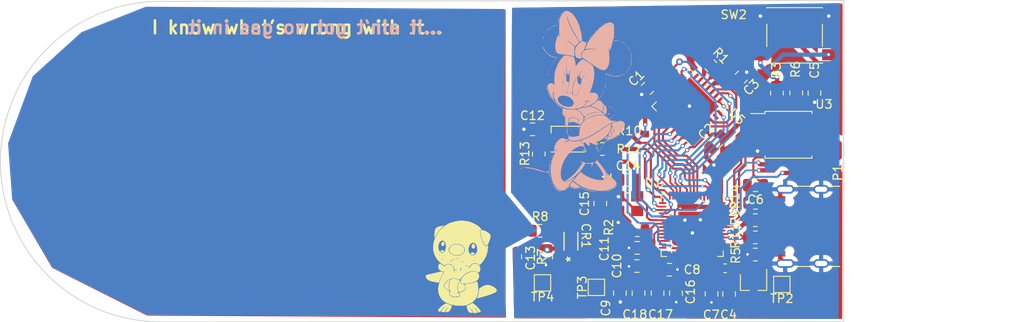
<source format=kicad_pcb>
(kicad_pcb (version 20221018) (generator pcbnew)
  (layers (0 "F.Cu" signal) (31 "B.Cu" signal) (34 "B.Paste" user) (35 "F.Paste" user) (36 "B.SilkS" user "B.Silkscreen") (37 "F.SilkS" user "F.Silkscreen") (38 "B.Mask" user) (39 "F.Mask" user) (44 "Edge.Cuts" user))
  (net 0 "")
  (net 1 "/GPIO29_ADC3")
  (net 2 "GND")
  (net 3 "VBUS")
  (net 4 "/USBCC")
  (net 5 "/USB_D+")
  (net 6 "/USB_D-")
  (net 7 "/USBVCONN")
  (net 8 "/CANH-")
  (net 9 "/CANL-")
  (net 10 "Net-(C15-Pad2)")
  (net 11 "/XOUT")
  (net 12 "Net-(R3-Pad1)")
  (net 13 "/QSPI_SS")
  (net 14 "+3V3")
  (net 15 "Net-(R7-Pad2)")
  (net 16 "unconnected-(R8-Pad1)")
  (net 17 "Net-(U1-USB_DP)")
  (net 18 "Net-(D1-RK)")
  (net 19 "/GPIO0")
  (net 20 "Net-(U1-USB_DM)")
  (net 21 "Net-(D1-GK)")
  (net 22 "/GPIO1")
  (net 23 "Net-(D1-BK)")
  (net 24 "/GPIO2")
  (net 25 "/ADC_AVDD")
  (net 26 "/XIN")
  (net 27 "+1V1")
  (net 28 "/SWCLK")
  (net 29 "/SWD")
  (net 30 "/GPIO20")
  (net 31 "/GPIO21")
  (net 32 "/QPI_SD2")
  (net 33 "/QPI_SD3")
  (net 34 "/QSPI_SCLK")
  (net 35 "/QPI_SD1")
  (net 36 "/QSPI_SD0")
  (net 37 "/GPIO11")
  (net 38 "/GPIO12")
  (net 39 "/GPIO13")
  (net 40 "/GPIO14")
  (net 41 "/GPIO15")
  (net 42 "/GPIO16")
  (net 43 "/GPIO4")
  (net 44 "/GPIO5")
  (net 45 "/GPIO6")
  (net 46 "/GPIO7")
  (net 47 "/GPIO8")
  (net 48 "/GPIO9")
  (net 49 "/GPIO10")
  (net 50 "Net-(U5-RXD)")
  (net 51 "/RXCAN")
  (net 56 "Net-(CR1-Pad2)")
  (net 57 "/GPIO3")
  (net 58 "/GPIO17")
  (net 59 "/GPIO18")
  (net 60 "/GPIO19")
  (net 61 "/GPIO22")
  (net 62 "/GPIO23")
  (net 63 "/GPIO24")
  (net 64 "/GPIO25")
  (net 65 "/GPIO26_ADC0")
  (net 66 "/GPIO27_ADC1")
  (net 67 "/GPIO28_ADC2")
  (footprint "Package_SO:SOIC-8_5.23x5.23mm_P1.27mm" (layer "F.Cu") (at 192.49 108.2)
    (fp_text reference "U3")
    (fp_text value "W25Q16JVSS" hide)
  )
  (footprint "Inductor_SMD:L_0603_1608Metric" (layer "F.Cu") (at 185.1275 123.75 180)
    (fp_text reference "L1" hide)
    (fp_text value "2506031027Y0" hide)
  )
  (footprint "Capacitor_SMD:C_0805_2012Metric" (layer "F.Cu") (at 173.86 113.45)
    (fp_text reference "C14")
    (fp_text value "15p" hide)
  )
  (footprint "Resistor_SMD:R_0805_2012Metric" (layer "F.Cu") (at 188.64 122.15 180)
    (fp_text reference "R5")
    (fp_text value "56k" hide)
  )
  (footprint "Resistor_SMD:R_0805_2012Metric" (layer "F.Cu") (at 163.62 119.38)
    (fp_text reference "R8")
    (fp_text value "2.4k" hide)
  )
  (footprint "TestPoint:TestPoint_Pad_1.5x1.5mm" (layer "F.Cu") (at 163.89 125.45 180)
    (fp_text reference "TP4")
    (fp_text value "TestPoint" hide)
  )
  (footprint "Resistor_SMD:R_0805_2012Metric" (layer "F.Cu") (at 170.85 109.86)
    (fp_text reference "R12")
    (fp_text value "330" hide)
  )
  (footprint "Capacitor_SMD:C_0805_2012Metric" (layer "F.Cu") (at 195.51 103.35 -90)
    (fp_text reference "C5")
    (fp_text value "100n" hide)
  )
  (footprint "Capacitor_SMD:C_0805_2012Metric" (layer "F.Cu") (at 186.998629 101.498629 -135)
    (fp_text reference "C3")
    (fp_text value "100n" hide)
  )
  (footprint "ABM8G_crystal:XTAL_ABM8G-12.000MHZ-4Y-T3" (layer "F.Cu") (at 173.8 116.22 90)
    (fp_text reference "Y1")
    (fp_text value "AMB8G-12.0Hz" hide)
  )
  (footprint "Capacitor_SMD:C_0805_2012Metric" (layer "F.Cu") (at 174.9 121.37 180)
    (fp_text reference "C11")
    (fp_text value "100n" hide)
  )
  (footprint "Capacitor_SMD:C_0805_2012Metric" (layer "F.Cu") (at 185.59 126.74 -90)
    (fp_text reference "C4")
    (fp_text value "100n" hide)
  )
  (footprint "LED_SMD:LED_Cree-PLCC4_3.2x2.8mm_CCW" (layer "F.Cu") (at 166.84 108.71)
    (fp_text reference "D1" hide)
    (fp_text value "CLV1L-FKB" hide)
  )
  (footprint "Package_DFN_QFN:QFN-28-1EP_6x6mm_P0.65mm_EP4.8x4.8mm" (layer "F.Cu") (at 180.997258 104.9 135)
    (fp_text reference "U5")
    (fp_text value "MCP25625T-E/ML" hide)
  )
  (footprint "Resistor_SMD:R_0805_2012Metric" (layer "F.Cu") (at 170.85 107.74)
    (fp_text reference "R10")
    (fp_text value "330" hide)
  )
  (footprint "Resistor_SMD:R_0805_2012Metric" (layer "F.Cu") (at 191.15 103.3575 -90)
    (fp_text reference "R3")
    (fp_text value "1k" hide)
  )
  (footprint "Capacitor_SMD:C_0805_2012Metric" (layer "F.Cu") (at 179.41 126.65 -90)
    (fp_text reference "C16")
    (fp_text value "100n" hide)
  )
  (footprint "Button_Switch_SMD:SW_Push_1P1T_NO_6x6mm_H9.5mm" (layer "F.Cu") (at 193.2 96.63 180)
    (fp_text reference "SW2")
    (fp_text value "SW_Push_Dual" hide)
  )
  (footprint "Capacitor_SMD:C_0805_2012Metric" (layer "F.Cu") (at 170.61 116.21 -90)
    (fp_text reference "C15")
    (fp_text value "15p" hide)
  )
  (footprint "in1418wx-tp:CR_SOD323_MCC" (layer "F.Cu") (at 167.2 120.5903 90)
    (fp_text reference "CR1")
    (fp_text value "1N4148WX-TP" hide)
  )
  (footprint "TestPoint:TestPoint_Pad_1.5x1.5mm" (layer "F.Cu") (at 170.16 125.97 90)
    (fp_text reference "TP3")
    (fp_text value "TestPoint" hide)
  )
  (footprint "Resistor_SMD:R_0805_2012Metric" (layer "F.Cu") (at 188.66 116.12 180)
    (fp_text reference "R14")
    (fp_text value "56k" hide)
  )
  (footprint "Capacitor_SMD:C_0805_2012Metric" (layer "F.Cu") (at 184.12 109.02 45)
    (fp_text reference "C2")
    (fp_text value "100n" hide)
  )
  (footprint "Resistor_SMD:R_0805_2012Metric" (layer "F.Cu") (at 183.47 100.16 -45)
    (fp_text reference "R1")
    (fp_text value "120" hide)
  )
  (footprint "Resistor_SMD:R_0805_2012Metric" (layer "F.Cu") (at 163.46 110.44 -90)
    (fp_text reference "R13")
    (fp_text value "330" hide)
  )
  (footprint "Capacitor_SMD:C_0805_2012Metric" (layer "F.Cu") (at 188.66 114.07 180)
    (fp_text reference "C6")
    (fp_text value "1u" hide)
  )
  (footprint "Resistor_SMD:R_0805_2012Metric" (layer "F.Cu") (at 193.39 103.33 -90)
    (fp_text reference "R6")
    (fp_text value "10k" hide)
  )
  (footprint "Package_TO_SOT_SMD:TSOT-23" (layer "F.Cu") (at 188.45 125.38 -90)
    (fp_text reference "U4" hide)
    (fp_text value "~")
  )
  (footprint "Capacitor_SMD:C_0805_2012Metric" (layer "F.Cu") (at 183.55 126.73 -90)
    (fp_text reference "C7")
    (fp_text value "10u" hide)
  )
  (footprint "graphics:oshowatt" (layer "F.Cu") (at 154.435004 123.555231)
    (fp_text reference "G")
    (fp_text value "LOGO" hide)
  )
  (footprint "Resistor_SMD:R_0805_2012Metric" (layer "F.Cu") (at 188.65 120.15 180)
    (fp_text reference "R11")
    (fp_text value "27" hide)
  )
  (footprint "Package_DFN_QFN:QFN-56-1EP_7x7mm_P0.4mm_EP3.2x3.2mm" (layer "F.Cu") (at 181.2925 118.76 -90)
    (fp_text reference "U1")
    (fp_text value "RP2040" hide)
  )
  (footprint "Capacitor_SMD:C_0805_2012Metric" (layer "F.Cu") (at 175.06 126.65 -90)
    (fp_text reference "C18")
    (fp_text value "100n" hide)
  )
  (footprint "Connector_USB:USB_C_Receptacle_GCT_USB4105-xx-A_16P_TopMnt_Horizontal" (layer "F.Cu") (at 195.2125 118.87 90)
    (fp_text reference "P1")
    (fp_text value "USB_C_Plug_USB2.0" hide)
  )
  (footprint "Capacitor_SMD:C_0805_2012Metric" (layer "F.Cu") (at 177.27 126.64 -90)
    (fp_text reference "C17")
    (fp_text value "100n" hide)
  )
  (footprint "Capacitor_SMD:C_0805_2012Metric" (layer "F.Cu") (at 162.73 107.57 180)
    (fp_text reference "C12")
    (fp_text value "1u" hide)
  )
  (footprint "Capacitor_SMD:C_0805_2012Metric" (layer "F.Cu") (at 164.33 122.4025 -90)
    (fp_text reference "C13")
    (fp_text value "1u" hide)
  )
  (footprint "Resistor_SMD:R_0805_2012Metric" (layer "F.Cu") (at 162.19 122.4025 -90)
    (fp_text reference "R7")
    (fp_text value "450m" hide)
  )
  (footprint "Capacitor_SMD:C_0805_2012Metric" (layer "F.Cu") (at 174.86 123.49 180)
    (fp_text reference "C10")
    (fp_text value "100n" hide)
  )
  (footprint "Capacitor_SMD:C_0805_2012Metric" (layer "F.Cu") (at 178.65 123.92)
    (fp_text reference "C8")
    (fp_text value "1u" hide)
  )
  (footprint "Capacitor_SMD:C_0805_2012Metric" (layer "F.Cu") (at 172.89 126.64 -90)
    (fp_text reference "C9")
    (fp_text value "1u" hide)
  )
  (footprint "Resistor_SMD:R_0805_2012Metric" (layer "F.Cu") (at 174.9025 119.32)
    (fp_text reference "R2")
    (fp_text value "1k" hide)
  )
  (footprint "Resistor_SMD:R_0805_2012Metric" (layer "F.Cu") (at 188.63 118.15 180)
    (fp_text reference "R9")
    (fp_text value "27" hide)
  )
  (footprint "TestPoint:TestPoint_Pad_1.5x1.5mm" (layer "F.Cu") (at 191.72 125.63 180)
    (fp_text reference "TP2")
    (fp_text value "TestPoint" hide)
  )
  (footprint "Capacitor_SMD:C_0805_2012Metric" (layer "F.Cu") (at 176.087258 102.8 -135)
    (fp_text reference "C1")
    (fp_text value "100n" hide)
  )
  (footprint "graphics:minnie" (layer "B.Cu") (at 168.49 104.21 180)
    (fp_text reference "G***" hide)
    (fp_text value "LOGO" hide)
  )
  (gr_line (start 198.92 92.56) (end 119.11 92.67) (stroke (width 0.1)) (layer "Edge.Cuts"))
  (gr_line (start 119.035587 129.988164) (end 198.91 129.96) (stroke (width 0.1)) (layer "Edge.Cuts"))
  (gr_line (start 198.91 129.96) (end 198.92 92.56) (stroke (width 0.1)) (layer "Edge.Cuts"))
  (gr_arc (start 119.035587 129.988164) (mid 100.871976 111.29279) (end 119.11 92.670001) (stroke (width 0.1)) (layer "Edge.Cuts"))
  (gr_text "...it ain't got no gas in it" (at 152.36 96.58) (layer "B.SilkS") (effects (font (size 1.5 1.5) (thickness 0.3) bold) (justify left bottom mirror)))
  (gr_text "I know what's wrong with it...\n" (at 118.28 96.59) (layer "F.SilkS") (effects (font (size 1.5 1.5) (thickness 0.3) bold) (justify left bottom)))
  (segment (start 181.06 125.49) (end 183.1 123.45) (width 0.5) (layer "F.Cu") (net 1))
  (segment (start 183.4925 123.0475) (end 183.1 123.44) (width 0.2) (layer "F.Cu") (net 1))
  (segment (start 183.1 123.45) (end 183.1 123.44) (width 0.5) (layer "F.Cu") (net 1))
  (segment (start 169.46 128.75) (end 180.22 128.75) (width 0.5) (layer "F.Cu") (net 1))
  (segment (start 180.22 128.75) (end 181.06 127.91) (width 0.5) (layer "F.Cu") (net 1))
  (segment (start 181.06 127.91) (end 181.06 125.49) (width 0.5) (layer "F.Cu") (net 1))
  (segment (start 167.2 121.7206) (end 167.2 126.49) (width 0.5) (layer "F.Cu") (net 1))
  (segment (start 167.2 126.49) (end 169.46 128.75) (width 0.5) (layer "F.Cu") (net 1))
  (segment (start 183.4925 122.1975) (end 183.4925 123.0475) (width 0.2) (layer "F.Cu") (net 1))
  (segment (start 183.82 111.72) (end 182.93 110.83) (width 0.5) (layer "F.Cu") (net 2))
  (segment (start 186.43 126.85) (end 185.59 127.69) (width 0.5) (layer "F.Cu") (net 2))
  (segment (start 180.997258 104.887258) (end 180.98 104.87) (width 0.25) (layer "F.Cu") (net 2))
  (segment (start 183.53 127.72) (end 183.53 127.66) (width 0.5) (layer "F.Cu") (net 2))
  (segment (start 180.967258 104.87) (end 180.98 104.87) (width 0.25) (layer "F.Cu") (net 2))
  (segment (start 172.91 115.16) (end 172.7 115.37) (width 0.5) (layer "F.Cu") (net 2))
  (segment (start 182.93 110.83) (end 182.93 110.21) (width 0.5) (layer "F.Cu") (net 2))
  (segment (start 180.997258 104.9) (end 180.997258 104.887258) (width 0.25) (layer "F.Cu") (net 2))
  (segment (start 187.7475 114.1075) (end 187.7475 116.12) (width 0.5) (layer "F.Cu") (net 2))
  (segment (start 179.43 127.58) (end 179.41 127.6) (width 0.5) (layer "F.Cu") (net 2))
  (segment (start 173.08 115.37) (end 172.7 115.37) (width 0.25) (layer "F.Cu") (net 2))
  (segment (start 179.44 127.69) (end 177.28 127.6) (width 0.5) (layer "F.Cu") (net 2))
  (segment (start 178.239541 104.9) (end 180.997258 104.9) (width 0.25) (layer "F.Cu") (net 2))
  (segment (start 178.6 120.56) (end 177.855 120.56) (width 0.2) (layer "F.Cu") (net 2))
  (segment (start 192.1075 114.55) (end 191.95 114.55) (width 0.5) (layer "F.Cu") (net 2))
  (segment (start 191.95 114.55) (end 191.5325 114.9675) (width 0.5) (layer "F.Cu") (net 2))
  (segment (start 191.5325 114.9675) (end 191.5325 115.67) (width 0.5) (layer "F.Cu") (net 2))
  (segment (start 178.68 117.76) (end 177.855 117.76) (width 0.2) (layer "F.Cu") (net 2))
  (segment (start 172.88 127.55) (end 172.87 127.54) (width 0.5) (layer "F.Cu") (net 2))
  (segment (start 174.9 117.07) (end 174.78 117.07) (width 0.25) (layer "F.Cu") (net 2))
  (segment (start 170.61 115.26) (end 172.57 115.26) (width 0.5) (layer "F.Cu") (net 2))
  (segment (start 177.27 127.59) (end 175.07 127.59) (width 0.5) (layer "F.Cu") (net 2))
  (segment (start 177.28 127.6) (end 177.27 127.59) (width 0.5) (layer "F.Cu") (net 2))
  (segment (start 185.59 127.69) (end 183.56 127.69) (width 0.5) (layer "F.Cu") (net 2))
  (segment (start 174.78 117.07) (end 173.08 115.37) (width 0.25) (layer "F.Cu") (net 2))
  (segment (start 183.56 127.69) (end 183.59 127.72) (width 0.5) (layer "F.Cu") (net 2))
  (segment (start 191.5325 122.615) (end 192.1075 123.19) (width 0.5) (layer "F.Cu") (net 2))
  (segment (start 177.505918 105.633623) (end 178.239541 104.9) (width 0.25) (layer "F.Cu") (net 2))
  (segment (start 191.5325 122.07) (end 191.5325 122.615) (width 0.5) (layer "F.Cu") (net 2))
  (segment (start 175.07 127.59) (end 175.06 127.6) (width 0.5) (layer "F.Cu") (net 2))
  (segment (start 175.06 127.6) (end 172.9 127.6) (width 0.5) (layer "F.Cu") (net 2))
  (segment (start 178.884776 102.787518) (end 180.967258 104.87) (width 0.25) (layer "F.Cu") (net 2))
  (segment (start 172.57 115.26) (end 172.72 115.41) (width 0.5) (layer "F.Cu") (net 2))
  (segment (start 183.53 127.66) (end 183.55 127.68) (width 0.5) (layer "F.Cu") (net 2))
  (segment (start 179.41 127.6) (end 179.44 127.69) (width 0.5) (layer "F.Cu") (net 2))
  (segment (start 187.71 114.07) (end 187.7475 114.1075) (width 0.5) (layer "F.Cu") (net 2))
  (segment (start 178.8 117.64) (end 178.68 117.76) (width 0.2) (layer "F.Cu") (net 2))
  (segment (start 172.91 113.45) (end 172.91 115.16) (width 0.5) (layer "F.Cu") (net 2))
  (segment (start 188.45 126.69) (end 186.43 126.69) (width 0.5) (layer "F.Cu") (net 2))
  (segment (start 182.93 110.21) (end 183.448249 109.691751) (width 0.5) (layer "F.Cu") (net 2))
  (segment (start 183.59 127.72) (end 183.53 127.72) (width 0.5) (layer "F.Cu") (net 2))
  (via (at 189.225 94.38) (size 0.8) (drill 0.4) (layers "F.Cu" "B.Cu") (net 2))
  (via (at 182.24 118.1) (size 0.8) (drill 0.4) (layers "F.Cu" "B.Cu") (net 2))
  (via (at 180.98 104.87) (size 0.8) (drill 0.4) (layers "F.Cu" "B.Cu") (net 2))
  (via (at 195.53 104.42) (size 0.8) (drill 0.4) (layers "F.Cu" "B.Cu") (net 2))
  (via (at 172.94 127.67) (size 0.8) (drill 0.4) (layers "F.Cu" "B.Cu") (net 2))
  (via (at 188.89 110.105) (size 0.8) (drill 0.4) (layers "F.Cu" "B.Cu") (net 2))
  (via (at 183.53 127.72) (size 0.5) (drill 0.3) (layers "F.Cu" "B.Cu") (net 2))
  (via (at 164.3 123.37) (size 0.5) (drill 0.3) (layers "F.Cu" "B.Cu") (net 2))
  (via micro (at 178.6 120.56) (size 0.3) (drill 0.1) (layers "F.Cu" "B.Cu") (net 2))
  (via (at 197.175 94.38) (size 0.8) (drill 0.4) (layers "F.Cu" "B.Cu") (net 2))
  (via (at 175.42 103.51) (size 0.8) (drill 0.4) (layers "F.Cu" "B.Cu") (net 2))
  (via (at 172.72 115.41) (size 0.8) (drill 0.4) (layers "F.Cu" "B.Cu") (net 2))
  (via (at 181.32 119.64) (size 0.8) (drill 0.4) (layers "F.Cu" "B.Cu") (net 2))
  (via (at 179.58 123.89) (size 0.5) (drill 0.3) (layers "F.Cu" "B.Cu") (net 2))
  (via (at 161.73 107.56) (size 0.8) (drill 0.4) (layers "F.Cu" "B.Cu") (net 2))
  (via (at 187.71 116.07) (size 0.8) (drill 0.4) (layers "F.Cu" "B.Cu") (net 2))
  (via (at 180.45 118.14) (size 0.8) (drill 0.4) (layers "F.Cu" "B.Cu") (net 2))
  (via (at 173.95 121.37) (size 0.5) (drill 0.3) (layers "F.Cu" "B.Cu") (net 2))
  (via micro (at 178.8 117.64) (size 0.3) (drill 0.1) (layers "F.Cu" "B.Cu") (net 2))
  (via (at 179.44 127.69) (size 0.5) (drill 0.3) (layers "F.Cu" "B.Cu") (net 2))
  (via (at 173.94 123.53) (size 0.5) (drill 0.3) (layers "F.Cu" "B.Cu") (net 2))
  (via (at 187.73 122.13) (size 0.5) (drill 0.3) (layers "F.Cu" "B.Cu") (net 2))
  (via (at 183.82 111.72) (size 0.8) (drill 0.4) (layers "F.Cu" "B.Cu") (net 2))
  (via (at 187.63 100.91) (size 0.8) (drill 0.4) (layers "F.Cu" "B.Cu") (net 2))
  (segment (start 193.34 120.0475) (end 192.6575 120.73) (width 0.5) (layer "F.Cu") (net 3))
  (segment (start 176.77 101.93) (end 176.77 100.45) (width 0.5) (layer "F.Cu") (net 3))
  (segment (start 189.72 110.84) (end 188.7 110.84) (width 0.25) (layer "F.Cu") (net 3))
  (segment (start 177.298249 102.128249) (end 176.759009 102.128249) (width 0.25) (layer "F.Cu") (net 3))
  (segment (start 191.5325 121.27) (end 192.1175 121.27) (width 0.2) (layer "F.Cu") (net 3))
  (segment (start 189.4 124.07) (end 189.4 123.85) (width 0.2) (layer "F.Cu") (net 3))
  (segment (start 176.77 100.45) (end 180.47 96.75) (width 0.5) (layer "F.Cu") (net 3))
  (segment (start 192.6575 120.73) (end 192.2875 121.1) (width 0.2) (layer "F.Cu") (net 3))
  (segment (start 192.6575 117.01) (end 193.34 117.6925) (width 0.5) (layer "F.Cu") (net 3))
  (segment (start 189.4 123.85) (end 190.45 122.8) (width 0.25) (layer "F.Cu") (net 3))
  (segment (start 192.81 96.75) (end 197.13 101.07) (width 0.5) (layer "F.Cu") (net 3))
  (segment (start 178.417138 103.247138) (end 177.298249 102.128249) (width 0.25) (layer "F.Cu") (net 3))
  (segment (start 197.13 101.07) (end 197.13 104.74) (width 0.5) (layer "F.Cu") (net 3))
  (segment (start 193.34 117.6925) (end 193.34 120.0475) (width 0.5) (layer "F.Cu") (net 3))
  (segment (start 195.26 105.3) (end 190.91 109.65) (width 0.5) (layer "F.Cu") (net 3))
  (segment (start 190.45 122.8) (end 190.45 121.85) (width 0.25) (layer "F.Cu") (net 3))
  (segment (start 176.759009 101.940991) (end 176.77 101.93) (width 0.5) (layer "F.Cu") (net 3))
  (segment (start 180.47 96.75) (end 192.81 96.75) (width 0.5) (layer "F.Cu") (net 3))
  (segment (start 192.1175 116.47) (end 192.6575 117.01) (width 0.2) (layer "F.Cu") (net 3))
  (segment (start 196.57 105.3) (end 195.26 105.3) (width 0.5) (layer "F.Cu") (net 3))
  (segment (start 190.45 116.02) (end 190.45 114.91) (width 0.25) (layer "F.Cu") (net 3))
  (segment (start 190.45 121.85) (end 191.03 121.27) (width 0.25) (layer "F.Cu") (net 3))
  (segment (start 176.759009 102.128249) (end 176.759009 101.940991) (width 0.25) (layer "F.Cu") (net 3))
  (segment (start 178.425157 103.247138) (end 178.417138 103.247138) (width 0.25) (layer "F.Cu") (net 3))
  (segment (start 190.9 116.47) (end 190.45 116.02) (width 0.25) (layer "F.Cu") (net 3))
  (segment (start 191.03 121.27) (end 191.5325 121.27) (width 0.25) (layer "F.Cu") (net 3))
  (segment (start 188.41 111.13) (end 188.41 112.87) (width 0.25) (layer "F.Cu") (net 3))
  (segment (start 188.7 110.84) (end 188.41 111.13) (width 0.25) (layer "F.Cu") (net 3))
  (segment (start 188.41 112.87) (end 189.61 114.07) (width 0.25) (layer "F.Cu") (net 3))
  (segment (start 191.5325 116.47) (end 190.9 116.47) (width 0.25) (layer "F.Cu") (net 3))
  (segment (start 190.91 109.65) (end 189.72 110.84) (width 0.25) (layer "F.Cu") (net 3))
  (segment (start 190.45 114.91) (end 189.61 114.07) (width 0.25) (layer "F.Cu") (net 3))
  (segment (start 192.1175 121.27) (end 192.2875 121.1) (width 0.2) (layer "F.Cu") (net 3))
  (segment (start 197.13 104.74) (end 196.57 105.3) (width 0.5) (layer "F.Cu") (net 3))
  (segment (start 191.5325 116.47) (end 192.1175 116.47) (width 0.2) (layer "F.Cu") (net 3))
  (segment (start 189.5525 122.15) (end 189.5525 121.9075) (width 0.2) (layer "F.Cu") (net 4))
  (segment (start 190.83 120.12) (end 191.5325 120.12) (width 0.25) (layer "F.Cu") (net 4))
  (segment (start 190.61 120.34) (end 190.83 120.12) (width 0.25) (layer "F.Cu") (net 4))
  (segment (start 190.61 120.85) (end 190.61 120.34) (width 0.25) (layer "F.Cu") (net 4))
  (segment (start 190.22 121.24) (end 190.61 120.85) (width 0.25) (layer "F.Cu") (net 4))
  (segment (start 189.5525 121.9075) (end 190.22 121.24) (width 0.2) (layer "F.Cu") (net 4))
  (segment (start 192.21 118.12) (end 191.5325 118.12) (width 0.2) (layer "F.Cu") (net 5))
  (segment (start 192.22 119.12) (end 192.43 118.91) (width 0.2) (layer "F.Cu") (net 5))
  (segment (start 191.5325 119.12) (end 192.22 119.12) (width 0.2) (layer "F.Cu") (net 5))
  (segment (start 192.43 118.34) (end 192.21 118.12) (width 0.2) (layer "F.Cu") (net 5))
  (segment (start 191.5025 118.15) (end 191.5325 118.12) (width 0.2) (layer "F.Cu") (net 5))
  (segment (start 189.5425 118.15) (end 191.5025 118.15) (width 0.25) (layer "F.Cu") (net 5))
  (segment (start 192.43 118.91) (end 192.43 118.34) (width 0.2) (layer "F.Cu") (net 5))
  (segment (start 191.5325 118.62) (end 190.88 118.62) (width 0.2) (layer "F.Cu") (net 6))
  (segment (start 190.88 119.62) (end 191.5325 119.62) (width 0.2) (layer "F.Cu") (net 6))
  (segment (start 190.23 119.4) (end 190.63 119.4) (width 0.25) (layer "F.Cu") (net 6))
  (segment (start 189.5625 120.0675) (end 190.23 119.4) (width 0.25) (layer "F.Cu") (net 6))
  (segment (start 190.66 119.4) (end 190.88 119.62) (width 0.2) (layer "F.Cu") (net 6))
  (segment (start 190.64 118.86) (end 190.64 119.39) (width 0.2) (layer "F.Cu") (net 6))
  (segment (start 190.63 119.4) (end 190.66 119.4) (width 0.2) (layer "F.Cu") (net 6))
  (segment (start 190.88 118.62) (end 190.64 118.86) (width 0.2) (layer "F.Cu") (net 6))
  (segment (start 189.5625 120.15) (end 189.5625 120.0675) (width 0.2) (layer "F.Cu") (net 6))
  (segment (start 189.85 116.12) (end 190.85 117.12) (width 0.25) (layer "F.Cu") (net 7))
  (segment (start 191.5325 117.12) (end 191.5325 117.62) (width 0.2) (layer "F.Cu") (net 7))
  (segment (start 190.85 117.12) (end 191.5325 117.12) (width 0.25) (layer "F.Cu") (net 7))
  (segment (start 189.5725 116.12) (end 189.85 116.12) (width 0.2) (layer "F.Cu") (net 7))
  (segment (start 182.824765 99.514765) (end 182.755235 99.514765) (width 0.5) (layer "F.Cu") (net 8))
  (segment (start 182.755235 99.514765) (end 182.687258 99.582742) (width 0.5) (layer "F.Cu") (net 8))
  (segment (start 182.687258 101.34) (end 182.687258 101.122742) (width 0.25) (layer "F.Cu") (net 8))
  (segment (start 182.190501 101.86828) (end 182.687258 101.371523) (width 0.25) (layer "F.Cu") (net 8))
  (segment (start 182.687258 101.371523) (end 182.687258 101.34) (width 0.25) (layer "F.Cu") (net 8))
  (segment (start 182.687258 99.582742) (end 182.687258 101.122742) (width 0.5) (layer "F.Cu") (net 8))
  (segment (start 184.115235 100.805235) (end 184.115235 100.872023) (width 0.5) (layer "F.Cu") (net 9))
  (segment (start 182.659359 102.327899) (end 183.457258 101.53) (width 0.25) (layer "F.Cu") (net 9))
  (segment (start 184.115235 100.872023) (end 183.457258 101.53) (width 0.5) (layer "F.Cu") (net 9))
  (segment (start 182.65012 102.327899) (end 182.659359 102.327899) (width 0.25) (layer "F.Cu") (net 9))
  (segment (start 172.61 117.16) (end 172.7 117.07) (width 0.5) (layer "F.Cu") (net 10))
  (segment (start 173.99 118.36) (end 173.99 119.32) (width 0.5) (layer "F.Cu") (net 10))
  (segment (start 170.61 117.16) (end 172.61 117.16) (width 0.5) (layer "F.Cu") (net 10))
  (segment (start 172.7 117.07) (end 173.99 118.36) (width 0.5) (layer "F.Cu") (net 10))
  (segment (start 176.3075 119.32) (end 175.815 119.32) (width 0.25) (layer "F.Cu") (net 11))
  (segment (start 177 118.6275) (end 176.3075 119.32) (width 0.25) (layer "F.Cu") (net 11))
  (segment (start 177.855 118.56) (end 177.0675 118.56) (width 0.2) (layer "F.Cu") (net 11))
  (segment (start 177.0675 118.56) (end 177 118.6275) (width 0.2) (layer "F.Cu") (net 11))
  (segment (start 191.16 101.48) (end 191.16 102.435) (width 0.5) (layer "F.Cu") (net 12))
  (segment (start 191.16 102.435) (end 191.15 102.445) (width 0.5) (layer "F.Cu") (net 12))
  (segment (start 189.225 99.815) (end 189.225 98.88) (width 0.5) (layer "F.Cu") (net 12))
  (via (at 197.15 98.87) (size 0.5) (drill 0.3) (layers "F.Cu" "B.Cu") (net 12))
  (via (at 191.16 101.48) (size 0.5) (drill 0.3) (layers "F.Cu" "B.Cu") (net 12))
  (via (at 189.225 99.815) (size 0.5) (drill 0.3) (layers "F.Cu" "B.Cu") (net 12))
  (segment (start 189.225 99.815) (end 189.225 100.075) (width 0.5) (layer "B.Cu") (net 12))
  (segment (start 189.225 100.075) (end 189.94 100.79) (width 0.5) (layer "B.Cu") (net 12))
  (segment (start 189.94 100.79) (end 190.63 101.48) (width 0.5) (layer "B.Cu") (net 12))
  (segment (start 191.86 98.87) (end 189.94 100.79) (width 0.5) (layer "B.Cu") (net 12))
  (segment (start 190.63 101.48) (end 191.16 101.48) (width 0.5) (layer "B.Cu") (net 12))
  (segment (start 197.15 98.87) (end 191.86 98.87) (width 0.5) (layer "B.Cu") (net 12))
  (segment (start 189.7 105.02) (end 189.7 106.265) (width 0.5) (layer "F.Cu") (net 13))
  (segment (start 184.76 115.72) (end 184.76 116.13) (width 0.2) (layer "F.Cu") (net 13))
  (segment (start 186.46 108.36) (end 188.555 106.265) (width 0.25) (layer "F.Cu") (net 13))
  (segment (start 184.76 116.13) (end 184.73 116.16) (width 0.2) (layer "F.Cu") (net 13))
  (segment (start 191.15 104.27) (end 190.45 104.27) (width 0.5) (layer "F.Cu") (net 13))
  (segment (start 188.555 106.265) (end 189.7 106.265) (width 0.25) (layer "F.Cu") (net 13))
  (segment (start 184.76 113.08) (end 186.46 111.38) (width 0.25) (layer "F.Cu") (net 13))
  (segment (start 186.46 111.38) (end 186.46 108.36) (width 0.25) (layer "F.Cu") (net 13))
  (segment (start 184.76 115.72) (end 184.76 113.08) (width 0.25) (layer "F.Cu") (net 13))
  (segment (start 191.1775 104.2425) (end 191.15 104.27) (width 0.5) (layer "F.Cu") (net 13))
  (segment (start 193.39 104.2425) (end 191.1775 104.2425) (width 0.5) (layer "F.Cu") (net 13))
  (segment (start 190.45 104.27) (end 189.7 105.02) (width 0.5) (layer "F.Cu") (net 13))
  (segment (start 183.8925 121.5125) (end 183.8925 122.1975) (width 0.2) (layer "F.Cu") (net 14))
  (segment (start 183.8925 115.9575) (end 183.8925 115.3225) (width 0.2) (layer "F.Cu") (net 14))
  (segment (start 184.68 108.19) (end 183.367258 108.19) (width 0.5) (layer "F.Cu") (net 14))
  (segment (start 186.326878 102.17038) (end 183.91962 102.17038) (width 0.5) (layer "F.Cu") (net 14))
  (segment (start 184.8 112.17) (end 184.0425 112.9275) (width 0.5) (layer "F.Cu") (net 14))
  (segment (start 180.46 121.44) (end 183.82 121.44) (width 0.2) (layer "F.Cu") (net 14))
  (segment (start 180.2925 121.6075) (end 180.46 121.44) (width 0.2) (layer "F.Cu") (net 14))
  (segment (start 180.2925 122.1975) (end 180.2925 122.8625) (width 0.2) (layer "F.Cu") (net 14))
  (segment (start 185.291751 108.348249) (end 187.17 106.47) (width 0.5) (layer "F.Cu") (net 14))
  (segment (start 186.23 120.63) (end 185.9 120.96) (width 0.2) (layer "F.Cu") (net 14))
  (segment (start 187.17 106.47) (end 187.17 103.013502) (width 0.5) (layer "F.Cu") (net 14))
  (segment (start 184.8 109.7) (end 184.8 112.17) (width 0.5) (layer "F.Cu") (net 14))
  (segment (start 183.367258 108.19) (end 183.107258 107.93) (width 0.5) (layer "F.Cu") (net 14))
  (segment (start 183.55 124.54) (end 183.55 124.68) (width 0.2) (layer "F.Cu") (net 14))
  (segment (start 184.34 123.75) (end 183.55 124.54) (width 0.2) (layer "F.Cu") (net 14))
  (segment (start 183.8925 115.3225) (end 183.8925 114.18) (width 0.2) (layer "F.Cu") (net 14))
  (segment (start 180.005 116.395) (end 180.2925 116.1075) (width 0.2) (layer "F.Cu") (net 14))
  (segment (start 185.9 120.96) (end 184.73 120.96) (width 0.2) (layer "F.Cu") (net 14))
  (segment (start 184.73 118.96) (end 186.04 118.96) (width 0.2) (layer "F.Cu") (net 14))
  (segment (start 184.0425 112.9275) (end 184.0425 114.03) (width 0.5) (layer "F.Cu") (net 14))
  (segment (start 183.55 124.68) (end 183.55 125.78) (width 0.2) (layer "F.Cu") (net 14))
  (segment (start 179.27 117.13) (end 179.27 118.44) (width 0.2) (layer "F.Cu") (net 14))
  (segment (start 186.23 119.15) (end 186.23 120.63) (width 0.2) (layer "F.Cu") (net 14))
  (segment (start 180.21 116.6) (end 183.25 116.6) (width 0.5) (layer "F.Cu") (net 14))
  (segment (start 180.2925 116.1075) (end 180.2925 115.3225) (width 0.2) (layer "F.Cu") (net 14))
  (segment (start 183.55 124.68) (end 186.89 124.68) (width 0.2) (layer "F.Cu") (net 14))
  (segment (start 178.75 118.96) (end 177.855 118.96) (width 0.2) (layer "F.Cu") (net 14))
  (segment (start 183.55 125.62) (end 183.55 125.26) (width 0.5) (layer "F.Cu") (net 14))
  (segment (start 183.8925 123.3025) (end 184.34 123.75) (width 0.2) (layer "F.Cu") (net 14))
  (segment (start 184.791751 109.691751) (end 184.8 109.7) (width 0.5) (layer "F.Cu") (net 14))
  (segment (start 180.2925 122.8625) (end 180.73 123.3) (width 0.2) (layer "F.Cu") (net 14))
  (segment (start 179.41 125.7) (end 179.62 125.7) (width 0.2) (layer "F.Cu") (net 14))
  (segment (start 180.2925 122.1975) (end 180.2925 121.6075) (width 0.2) (layer "F.Cu") (net 14))
  (segment (start 184.791751 108.348249) (end 184.791751 109.691751) (width 0.5) (layer "F.Cu") (net 14))
  (segment (start 183.89 121.51) (end 183.8925 121.5125) (width 0.2) (layer "F.Cu") (net 14))
  (segment (start 186.04 118.96) (end 186.23 119.15) (width 0.2) (layer "F.Cu") (net 14))
  (segment (start 183.597258 102.3) (end 183.79 102.3) (width 0.25) (layer "F.Cu") (net 14))
  (segment (start 183.91962 102.17038) (end 183.79 102.3) (width 0.5) (layer "F.Cu") (net 14))
  (segment (start 182.65012 107.472862) (end 183.107258 107.93) (width 0.25) (layer "F.Cu") (net 14))
  (segment (start 184.73 120.96) (end 184.12 120.96) (width 0.2) (layer "F.Cu") (net 14))
  (segment (start 183.82 121.44) (end 183.89 121.51) (width 0.2) (layer "F.Cu") (net 14))
  (segment (start 184.73 119.36) (end 184.73 118.96) (width 0.2) (layer "F.Cu") (net 14))
  (segment (start 182.65012 107.472101) (end 182.65012 107.472862) (width 0.25) (layer "F.Cu") (net 14))
  (segment (start 183.8925 122.1975) (end 183.8925 123.3025) (width 0.2) (layer "F.Cu") (net 14))
  (segment (start 183.53 116.32) (end 183.8925 115.9575) (width 0.2) (layer "F.Cu") (net 14))
  (segment (start 183.25 116.6) (end 183.53 116.32) (width 0.5) (layer "F.Cu") (net 14))
  (segment (start 183.10974 102.787518) (end 183.597258 102.3) (width 0.25) (layer "F.Cu") (net 14))
  (segment (start 183.89 121.19) (end 183.89 121.51) (width 0.2) (layer "F.Cu") (net 14))
  (segment (start 180.005 116.395) (end 179.27 117.13) (width 0.2) (layer "F.Cu") (net 14))
  (segment (start 186.89 124.68) (end 187.5 124.07) (width 0.2) (layer "F.Cu") (net 14))
  (segment (start 187.17 103.013502) (end 186.326878 102.17038) (width 0.5) (layer "F.Cu") (net 14))
  (segment (start 184.12 120.96) (end 183.89 121.19) (width 0.2) (layer "F.Cu") (net 14))
  (segment (start 179.62 125.7) (end 180.71 124.61) (width 0.2) (layer "F.Cu") (net 14))
  (segment (start 180.005 116.395) (end 180.21 116.6) (width 0.5) (layer "F.Cu") (net 14))
  (segment (start 184.791751 108.348249) (end 185.291751 108.348249) (width 0.5) (layer "F.Cu") (net 14))
  (segment (start 184.357258 102.27) (end 184.387258 102.3) (width 0.25) (layer "F.Cu") (net 14))
  (segment (start 183.8925 114.18) (end 184.0425 114.03) (width 0.2) (layer "F.Cu") (net 14))
  (segment (start 179.27 118.44) (end 178.75 118.96) (width 0.2) (layer "F.Cu") (net 14))
  (via (at 164.43 121.5925) (size 0.8) (drill 0.4) (layers "F.Cu" "B.Cu") (net 14))
  (segment (start 162.19 123.75) (end 163.89 125.45) (width 0.5) (layer "F.Cu") (net 15))
  (segment (start 162.19 123.315) (end 162.19 123.75) (width 0.5) (layer "F.Cu") (net 15))
  (segment (start 185.4 119.76) (end 184.73 119.76) (width 0.2) (layer "F.Cu") (net 17))
  (segment (start 186.88 118.99) (end 186.86 118.99) (width 0.5) (layer "F.Cu") (net 17))
  (segment (start 186.87 119) (end 186.88 118.99) (width 0.5) (layer "F.Cu") (net 17))
  (segment (start 185.6 119.56) (end 185.62 119.54) (width 0.2) (layer "F.Cu") (net 17))
  (segment (start 186.86 118.99) (end 186.86 119.01) (width 0.5) (layer "F.Cu") (net 17))
  (segment (start 185.65 119.51) (end 185.4 119.76) (width 0.2) (layer "F.Cu") (net 17))
  (segment (start 187.7175 118.1525) (end 187.7175 118.15) (width 0.5) (layer "F.Cu") (net 17))
  (segment (start 185.62 119.51) (end 185.65 119.51) (width 0.2) (layer "F.Cu") (net 17))
  (segment (start 185.62 119.54) (end 185.62 119.51) (width 0.2) (layer "F.Cu") (net 17))
  (segment (start 186.86 119.01) (end 187.7175 118.1525) (width 0.5) (layer "F.Cu") (net 17))
  (via (at 185.62 119.51) (size 0.3) (drill 0.2) (layers "F.Cu" "B.Cu") (net 17))
  (via (at 186.86 118.99) (size 0.5) (drill 0.3) (layers "F.Cu" "B.Cu") (net 17))
  (segment (start 186.86 118.99) (end 186.34 119.51) (width 0.5) (layer "B.Cu") (net 17))
  (segment (start 186.34 119.51) (end 185.62 119.51) (width 0.5) (layer "B.Cu") (net 17))
  (segment (start 165.59 109.41) (end 165.4725 109.5275) (width 0.5) (layer "F.Cu") (net 18))
  (segment (start 165.4725 109.5275) (end 163.46 109.5275) (width 0.5) (layer "F.Cu") (net 18))
  (segment (start 179.09 112.15) (end 179.99 112.15) (width 0.25) (layer "F.Cu") (net 19))
  (segment (start 180.44 112.6) (end 180.44 113.27) (width 0.25) (layer "F.Cu") (net 19))
  (segment (start 183.4925 114.1825) (end 183.4925 115.3225) (width 0.2) (layer "F.Cu") (net 19))
  (segment (start 173.74 107.74) (end 171.7625 107.74) (width 0.5) (layer "F.Cu") (net 19))
  (segment (start 179.99 112.15) (end 180.44 112.6) (width 0.25) (layer "F.Cu") (net 19))
  (segment (start 182.8 113.49) (end 183.4925 114.1825) (width 0.2) (layer "F.Cu") (net 19))
  (segment (start 175.14 109.14) (end 173.74 107.74) (width 0.5) (layer "F.Cu") (net 19))
  (segment (start 180.44 113.27) (end 180.45 113.28) (width 0.25) (layer "F.Cu") (net 19))
  (segment (start 176.08 109.14) (end 179.09 112.15) (width 0.25) (layer "F.Cu") (net 19))
  (segment (start 175.14 109.14) (end 176.08 109.14) (width 0.25) (layer "F.Cu") (net 19))
  (via (at 182.8 113.49) (size 0.5) (drill 0.3) (layers "F.Cu" "B.Cu") (net 19))
  (via micro (at 180.45 113.28) (size 0.3) (drill 0.1) (layers "F.Cu" "B.Cu") (net 19))
  (segment (start 182.8 113.49) (end 180.64 113.49) (width 0.25) (layer "B.Cu") (net 19))
  (segment (start 180.45 113.3) (end 180.45 113.28) (width 0.25) (layer "B.Cu") (net 19))
  (segment (start 180.64 113.49) (end 180.45 113.3) (width 0.25) (layer "B.Cu") (net 19))
  (segment (start 184.73 120.16) (end 185.63 120.16) (width 0.2) (layer "F.Cu") (net 20))
  (segment (start 185.71 120.16) (end 185.71 120.08) (width 0.2) (layer "F.Cu") (net 20))
  (segment (start 186.88 120) (end 187.02 120.14) (width 0.5) (layer "F.Cu") (net 20))
  (segment (start 185.63 120.16) (end 185.71 120.16) (width 0.2) (layer "F.Cu") (net 20))
  (segment (start 187.03 120.15) (end 187.02 120.14) (width 0.5) (layer "F.Cu") (net 20))
  (segment (start 186.88 120.14) (end 186.88 120) (width 0.5) (layer "F.Cu") (net 20))
  (segment (start 185.71 120.08) (end 185.67 120.12) (width 0.2) (layer "F.Cu") (net 20))
  (segment (start 187.02 120.14) (end 186.88 120.14) (width 0.5) (layer "F.Cu") (net 20))
  (segment (start 185.63 120.16) (end 185.63 120.16) (width 0.2) (layer "F.Cu") (net 20))
  (segment (start 187.7375 120.15) (end 187.03 120.15) (width 0.5) (layer "F.Cu") (net 20))
  (via (at 186.88 120.14) (size 0.5) (drill 0.3) (layers "F.Cu" "B.Cu") (net 20))
  (via (at 185.71 120.16) (size 0.3) (drill 0.2) (layers "F.Cu" "B.Cu") (net 20))
  (segment (start 186.81 120.21) (end 185.71 120.21) (width 0.5) (layer "B.Cu") (net 20))
  (segment (start 186.88 120.14) (end 186.81 120.21) (width 0.5) (layer "B.Cu") (net 20))
  (segment (start 168.09 109.41) (end 169.4875 109.41) (width 0.5) (layer "F.Cu") (net 21))
  (segment (start 169.4875 109.41) (end 169.9375 109.86) (width 0.5) (layer "F.Cu") (net 21))
  (segment (start 177.84 114.08) (end 177.83 114.08) (width 0.25) (layer "F.Cu") (net 22))
  (segment (start 174.72 109.86) (end 174.73 109.87) (width 0.5) (layer "F.Cu") (net 22))
  (segment (start 171.7625 109.86) (end 174.72 109.86) (width 0.5) (layer "F.Cu") (net 22))
  (segment (start 177.84 114.08) (end 177.37 114.08) (width 0.25) (layer "F.Cu") (net 22))
  (segment (start 183.0925 114.4025) (end 182.88 114.19) (width 0.2) (layer "F.Cu") (net 22))
  (segment (start 175.91 109.86) (end 174.74 109.86) (width 0.25) (layer "F.Cu") (net 22))
  (segment (start 177.37 114.08) (end 176.49 113.2) (width 0.25) (layer "F.Cu") (net 22))
  (segment (start 176.49 110.44) (end 175.91 109.86) (width 0.25) (layer "F.Cu") (net 22))
  (segment (start 174.74 109.86) (end 174.73 109.87) (width 0.25) (layer "F.Cu") (net 22))
  (segment (start 183.0925 115.3225) (end 183.0925 114.4025) (width 0.2) (layer "F.Cu") (net 22))
  (segment (start 182.88 114.19) (end 182.49 114.19) (width 0.2) (layer "F.Cu") (net 22))
  (segment (start 176.49 113.2) (end 176.49 110.44) (width 0.25) (layer "F.Cu") (net 22))
  (via (at 182.49 114.19) (size 0.3) (drill 0.2) (layers "F.Cu" "B.Cu") (net 22))
  (via (at 177.84 114.08) (size 0.3) (drill 0.2) (layers "F.Cu" "B.Cu") (net 22))
  (segment (start 182.49 114.19) (end 177.95 114.19) (width 0.25) (layer "B.Cu") (net 22))
  (segment (start 177.95 114.19) (end 177.84 114.08) (width 0.25) (layer "B.Cu") (net 22))
  (segment (start 169.6675 108.01) (end 169.9375 107.74) (width 0.5) (layer "F.Cu") (net 23))
  (segment (start 168.09 108.01) (end 169.6675 108.01) (width 0.5) (layer "F.Cu") (net 23))
  (segment (start 182.6925 115.9375) (end 182.65 115.98) (width 0.2) (layer "F.Cu") (net 24))
  (segment (start 165.455 111.34) (end 165.4425 111.3525) (width 0.5) (layer "F.Cu") (net 24))
  (segment (start 182.6925 115.3225) (end 182.6925 115.9375) (width 0.2) (layer "F.Cu") (net 24))
  (segment (start 174.54 112.15) (end 173.73 111.34) (width 0.5) (layer "F.Cu") (net 24))
  (segment (start 165.4425 111.3525) (end 163.46 111.3525) (width 0.5) (layer "F.Cu") (net 24))
  (segment (start 173.73 111.34) (end 165.455 111.34) (width 0.5) (layer "F.Cu") (net 24))
  (via (at 182.65 115.98) (size 0.3) (drill 0.2) (layers "F.Cu" "B.Cu") (net 24))
  (via (at 174.54 112.15) (size 0.5) (drill 0.3) (layers "F.Cu" "B.Cu") (net 24))
  (segment (start 181.68 116.95) (end 182.65 115.98) (width 0.25) (layer "B.Cu") (net 24))
  (segment (start 178.41 116.95) (end 181.68 116.95) (width 0.25) (layer "B.Cu") (net 24))
  (segment (start 174.54 115.54) (end 174.54 112.15) (width 0.5) (layer "B.Cu") (net 24))
  (segment (start 177.65 117.71) (end 178.41 116.95) (width 0.25) (layer "B.Cu") (net 24))
  (segment (start 176.58 117.71) (end 177.65 117.71) (width 0.25) (layer "B.Cu") (net 24))
  (segment (start 174.54 115.54) (end 174.54 115.67) (width 0.25) (layer "B.Cu") (net 24))
  (segment (start 182.67 115.98) (end 182.67 115.98) (width 0.25) (layer "B.Cu") (net 24))
  (segment (start 174.54 115.67) (end 176.58 117.71) (width 0.25) (layer "B.Cu") (net 24))
  (segment (start 182.65 115.98) (end 182.67 115.98) (width 0.25) (layer "B.Cu") (net 24))
  (segment (start 188.44 124.81) (end 187.46 125.79) (width 0.2) (layer "F.Cu") (net 25))
  (segment (start 185.38 121.87) (end 185.915 122.405) (width 0.5) (layer "F.Cu") (net 25))
  (segment (start 184.73 121.82) (end 184.78 121.87) (width 0.2) (layer "F.Cu") (net 25))
  (segment (start 184.73 121.36) (end 184.73 121.82) (width 0.2) (layer "F.Cu") (net 25))
  (segment (start 188.51 123.51) (end 188.51 124.74) (width 0.2) (layer "F.Cu") (net 25))
  (segment (start 188.16 123.16) (end 188.51 123.51) (width 0.2) (layer "F.Cu") (net 25))
  (segment (start 191.52 125.43) (end 191.72 125.63) (width 0.5) (layer "F.Cu") (net 25))
  (segment (start 185.915 123.75) (end 186.36 123.75) (width 0.2) (layer "F.Cu") (net 25))
  (segment (start 189.26 125.63) (end 191.72 125.63) (width 0.5) (layer "F.Cu") (net 25))
  (segment (start 185.915 122.405) (end 185.915 123.75) (width 0.5) (layer "F.Cu") (net 25))
  (segment (start 188.51 124.74) (end 188.44 124.81) (width 0.2) (layer "F.Cu") (net 25))
  (segment (start 185.915 125.465) (end 185.59 125.79) (width 0.2) (layer "F.Cu") (net 25))
  (segment (start 184.78 121.87) (end 185.38 121.87) (width 0.5) (layer "F.Cu") (net 25))
  (segment (start 186.36 123.75) (end 186.95 123.16) (width 0.2) (layer "F.Cu") (net 25))
  (segment (start 186.95 123.16) (end 188.16 123.16) (width 0.2) (layer "F.Cu") (net 25))
  (segment (start 187.46 125.79) (end 185.59 125.79) (width 0.2) (layer "F.Cu") (net 25))
  (segment (start 188.44 124.81) (end 189.26 125.63) (width 0.5) (layer "F.Cu") (net 25))
  (segment (start 177.17 118.135) (end 176.385 118.135) (width 0.25) (layer "F.Cu") (net 26))
  (segment (start 176.04 116.3575) (end 175.0525 115.37) (width 0.25) (layer "F.Cu") (net 26))
  (segment (start 174.81 113.45) (end 174.81 115.28) (width 0.5) (layer "F.Cu") (net 26))
  (segment (start 174.81 115.28) (end 174.9 115.37) (width 0.5) (layer "F.Cu") (net 26))
  (segment (start 176.385 118.135) (end 176.04 117.79) (width 0.25) (layer "F.Cu") (net 26))
  (segment (start 176.04 117.79) (end 176.04 116.3575) (width 0.25) (layer "F.Cu") (net 26))
  (segment (start 177.855 118.16) (end 177.17 118.16) (width 0.2) (layer "F.Cu") (net 26))
  (segment (start 174.9325 115.37) (end 174.9 115.37) (width 0.2) (layer "F.Cu") (net 26))
  (segment (start 175.81 123.49) (end 175.81 121.41) (width 0.5) (layer "F.Cu") (net 27))
  (segment (start 179.21 120.69) (end 179.21 119.6) (width 0.5) (layer "F.Cu") (net 27))
  (segment (start 183.33 120.57) (end 183.53 120.37) (width 0.5) (layer "F.Cu") (net 27))
  (segment (start 176.87 120.49) (end 176.87 119.79) (width 0.2) (layer "F.Cu") (net 27))
  (segment (start 183.53 120.37) (end 183.53 118.99) (width 0.5) (layer "F.Cu") (net 27))
  (segment (start 178.97 119.36) (end 179.12 119.51) (width 0.2) (layer "F.Cu") (net 27))
  (segment (start 183.34 120.56) (end 184.73 120.56) (width 0.2) (layer "F.Cu") (net 27))
  (segment (start 176.31 121.37) (end 175.85 121.37) (width 0.5) (layer "F.Cu") (net 27))
  (segment (start 183.33 120.57) (end 183.07 120.83) (width 0.5) (layer "F.Cu") (net 27))
  (segment (start 175.81 121.41) (end 175.85 121.37) (width 0.5) (layer "F.Cu") (net 27))
  (segment (start 176.87 119.79) (end 177.3 119.36) (width 0.2) (layer "F.Cu") (net 27))
  (segment (start 183.07 120.83) (end 179.35 120.83) (width 0.5) (layer "F.Cu") (net 27))
  (segment (start 176.7775 120.5825) (end 176.87 120.49) (width 0.2) (layer "F.Cu") (net 27))
  (segment (start 176.7775 120.9025) (end 176.31 121.37) (width 0.5) (layer "F.Cu") (net 27))
  (segment (start 183.53 118.99) (end 183.81 118.71) (width 0.5) (layer "F.Cu") (net 27))
  (segment (start 183.96 118.56) (end 184.73 118.56) (width 0.2) (layer "F.Cu") (net 27))
  (segment (start 183.81 118.71) (end 183.96 118.56) (width 0.2) (layer "F.Cu") (net 27))
  (segment (start 177.855 119.36) (end 178.97 119.36) (width 0.2) (layer "F.Cu") (net 27))
  (segment (start 177.3 119.36) (end 177.855 119.36) (width 0.2) (layer "F.Cu") (net 27))
  (segment (start 176.24 123.92) (end 175.81 123.49) (width 0.5) (layer "F.Cu") (net 27))
  (segment (start 183.33 120.57) (end 183.34 120.56) (width 0.2) (layer "F.Cu") (net 27))
  (segment (start 179.35 120.83) (end 179.21 120.69) (width 0.5) (layer "F.Cu") (net 27))
  (segment (start 177.7 123.92) (end 176.24 123.92) (width 0.5) (layer "F.Cu") (net 27))
  (segment (start 179.21 119.6) (end 179.12 119.51) (width 0.5) (layer "F.Cu") (net 27))
  (segment (start 176.7775 120.5825) (end 176.7775 120.9025) (width 0.5) (layer "F.Cu") (net 27))
  (segment (start 179.66 121.42) (end 179.61 121.42) (width 0.2) (layer "F.Cu") (net 31))
  (segment (start 179.8925 122.1975) (end 179.8925 121.6525) (width 0.2) (layer "F.Cu") (net 31))
  (segment (start 176.803623 104.166377) (end 177.505918 104.166377) (width 0.5) (layer "F.Cu") (net 31))
  (segment (start 179.6 121.41) (end 179.61 121.42) (width 0.25) (layer "F.Cu") (net 31))
  (segment (start 175.83 105.14) (end 176.803623 104.166377) (width 0.5) (layer "F.Cu") (net 31))
  (segment (start 179.04 121.41) (end 179.6 121.41) (width 0.25) (layer "F.Cu") (net 31))
  (segment (start 179.8925 121.6525) (end 179.66 121.42) (width 0.2) (layer "F.Cu") (net 31))
  (segment (start 175.83 107.03) (end 175.83 105.14) (width 0.5) (layer "F.Cu") (net 31))
  (segment (start 178.9 121.27) (end 179.04 121.41) (width 0.25) (layer "F.Cu") (net 31))
  (via (at 178.9 121.27) (size 0.3) (drill 0.2) (layers "F.Cu" "B.Cu") (net 31))
  (via (at 175.83 107.03) (size 0.5) (drill 0.3) (layers "F.Cu" "B.Cu") (net 31))
  (segment (start 178.9 121.27) (end 178.72 121.09) (width 0.25) (layer "B.Cu") (net 31))
  (segment (start 173.78 110.04) (end 175.84 107.98) (width 0.25) (layer "B.Cu") (net 31))
  (segment (start 175.84 107.04) (end 175.83 107.03) (width 0.25) (layer "B.Cu") (net 31))
  (segment (start 177.33 120.53) (end 177.33 119) (width 0.25) (layer "B.Cu") (net 31))
  (segment (start 173.78 117.22) (end 173.78 110.04) (width 0.25) (layer "B.Cu") (net 31))
  (segment (start 175.84 107.98) (end 175.84 107.04) (width 0.25) (layer "B.Cu") (net 31))
  (segment (start 178.72 121.09) (end 177.89 121.09) (width 0.25) (layer "B.Cu") (net 31))
  (segment (start 176.84 118.51) (end 175.07 118.51) (width 0.25) (layer "B.Cu") (net 31))
  (segment (start 177.89 121.09) (end 177.33 120.53) (width 0.25) (layer "B.Cu") (net 31))
  (segment (start 177.33 119) (end 176.84 118.51) (width 0.25) (layer "B.Cu") (net 31))
  (segment (start 175.07 118.51) (end 173.78 117.22) (width 0.25) (layer "B.Cu") (net 31))
  (segment (start 185.73 118.16) (end 184.73 118.16) (width 0.2) (layer "F.Cu") (net 32))
  (segment (start 187.985 108.835) (end 188.89 108.835) (width 0.25) (layer "F.Cu") (net 32))
  (segment (start 186.74 112.47) (end 187.48 111.73) (width 0.25) (layer "F.Cu") (net 32))
  (segment (start 186.34 118.19) (end 186.74 117.79) (width 0.25) (layer "F.Cu") (net 32))
  (segment (start 187.48 111.73) (end 187.48 109.34) (width 0.25) (layer "F.Cu") (net 32))
  (segment (start 187.48 109.34) (end 187.985 108.835) (width 0.25) (layer "F.Cu") (net 32))
  (segment (start 186.74 117.79) (end 186.74 112.47) (width 0.25) (layer "F.Cu") (net 32))
  (segment (start 185.76 118.19) (end 186.34 118.19) (width 0.25) (layer "F.Cu") (net 32))
  (segment (start 185.76 118.19) (end 185.73 118.16) (width 0.2) (layer "F.Cu") (net 32))
  (segment (start 191.79 112.64) (end 191.84 112.64) (width 0.5) (layer "F.Cu") (net 33))
  (segment (start 196.09 107.565) (end 196.785 107.565) (width 0.5) (layer "F.Cu") (net 33))
  (segment (start 196.59 112.64) (end 191.79 112.64) (width 0.5) (layer "F.Cu") (net 33))
  (segment (start 198.44 110.79) (end 196.59 112.64) (width 0.5) (layer "F.Cu") (net 33))
  (segment (start 198.44 109.22) (end 198.44 110.79) (width 0.5) (layer "F.Cu") (net 33))
  (segment (start 186.23 117.56) (end 186.03 117.76) (width 0.2) (layer "F.Cu") (net 33))
  (segment (start 196.785 107.565) (end 198.44 109.22) (width 0.5) (layer "F.Cu") (net 33))
  (segment (start 186.03 117.76) (end 184.73 117.76) (width 0.2) (layer "F.Cu") (net 33))
  (via (at 186.23 117.56) (size 0.3) (drill 0.2) (layers "F.Cu" "B.Cu") (net 33))
  (via (at 191.79 112.64) (size 0.5) (drill 0.3) (layers "F.Cu" "B.Cu") (net 33))
  (segment (start 186.93 114.51) (end 188.34 113.1) (width 0.25) (layer "B.Cu") (net 33))
  (segment (start 188.34 113.1) (end 191.23 113.1) (width 0.25) (layer "B.Cu") (net 33))
  (segment (start 191.69 112.64) (end 191.79 112.64) (width 0.25) (layer "B.Cu") (net 33))
  (segment (start 186.23 117.56) (end 186.93 116.86) (width 0.25) (layer "B.Cu") (net 33))
  (segment (start 186.93 116.86) (end 186.93 114.51) (width 0.25) (layer "B.Cu") (net 33))
  (segment (start 191.23 113.1) (end 191.69 112.64) (width 0.25) (layer "B.Cu") (net 33))
  (segment (start 191.56 111.55) (end 196.6 111.55) (width 0.5) (layer "F.Cu") (net 34))
  (segment (start 197.69 110.46) (end 197.69 109.64) (width 0.5) (layer "F.Cu") (net 34))
  (segment (start 186.17 116.86) (end 185.67 117.36) (width 0.2) (layer "F.Cu") (net 34))
  (segment (start 186.21 116.86) (end 186.17 116.86) (width 0.2) (layer "F.Cu") (net 34))
  (segment (start 190.76 112.35) (end 191.56 111.55) (width 0.5) (layer "F.Cu") (net 34))
  (segment (start 196.885 108.835) (end 196.09 108.835) (width 0.5) (layer "F.Cu") (net 34))
  (segment (start 196.6 111.55) (end 197.69 110.46) (width 0.5) (layer "F.Cu") (net 34))
  (segment (start 185.67 117.36) (end 184.73 117.36) (width 0.2) (layer "F.Cu") (net 34))
  (segment (start 189.04 112.35) (end 190.76 112.35) (width 0.5) (layer "F.Cu") (net 34))
  (segment (start 197.69 109.64) (end 196.885 108.835) (width 0.5) (layer "F.Cu") (net 34))
  (via (at 186.21 116.86) (size 0.3) (drill 0.2) (layers "F.Cu" "B.Cu") (net 34))
  (via (at 189.04 112.35) (size 0.5) (drill 0.3) (layers "F.Cu" "B.Cu") (net 34))
  (segment (start 186.36 113.525686) (end 187.535686 112.35) (width 0.2) (layer "B.Cu") (net 34))
  (segment (start 186.21 116.86) (end 186.36 116.71) (width 0.2) (layer "B.Cu") (net 34))
  (segment (start 186.36 116.71) (end 186.36 113.525686) (width 0.2) (layer "B.Cu") (net 34))
  (segment (start 187.535686 112.35) (end 189.04 112.35) (width 0.2) (layer "B.Cu") (net 34))
  (segment (start 186.99 111.55) (end 186.99 108.63) (width 0.25) (layer "F.Cu") (net 35))
  (segment (start 188.055 107.565) (end 188.89 107.565) (width 0.25) (layer "F.Cu") (net 35))
  (segment (start 186.18 112.36) (end 186.99 111.55) (width 0.25) (layer "F.Cu") (net 35))
  (segment (start 186.18 115.91) (end 186.18 112.36) (width 0.25) (layer "F.Cu") (net 35))
  (segment (start 186.17 115.92) (end 186.18 115.91) (width 0.25) (layer "F.Cu") (net 35))
  (segment (start 186.17 115.92) (end 186.17 116.25) (width 0.2) (layer "F.Cu") (net 35))
  (segment (start 185.46 116.96) (end 184.73 116.96) (width 0.2) (layer "F.Cu") (net 35))
  (segment (start 186.17 116.25) (end 185.46 116.96) (width 0.2) (layer "F.Cu") (net 35))
  (segment (start 186.99 108.63) (end 188.055 107.565) (width 0.25) (layer "F.Cu") (net 35))
  (segment (start 189.18 111.64) (end 190.33 111.64) (width 0.5) (layer "F.Cu") (net 36))
  (segment (start 185.4 115.63) (end 185.7 115.93) (width 0.2) (layer "F.Cu") (net 36))
  (segment (start 188.99 111.45) (end 189.18 111.64) (width 0.5) (layer "F.Cu") (net 36))
  (segment (start 190.33 111.64) (end 191.895 110.075) (width 0.5) (layer "F.Cu") (net 36))
  (segment (start 185.29 116.56) (end 184.73 116.56) (width 0.2) (layer "F.Cu") (net 36))
  (segment (start 185.7 115.93) (end 185.7 116.15) (width 0.2) (layer "F.Cu") (net 36))
  (segment (start 185.7 116.15) (end 185.29 116.56) (width 0.2) (layer "F.Cu") (net 36))
  (segment (start 196.06 110.075) (end 196.09 110.105) (width 0.5) (layer "F.Cu") (net 36))
  (segment (start 191.895 110.075) (end 196.06 110.075) (width 0.5) (layer "F.Cu") (net 36))
  (via (at 185.4 115.63) (size 0.5) (drill 0.3) (layers "F.Cu" "B.Cu") (net 36))
  (via (at 188.99 111.45) (size 0.5) (drill 0.3) (layers "F.Cu" "B.Cu") (net 36))
  (segment (start 185.37 113.59) (end 185.37 115.6) (width 0.2) (layer "B.Cu") (net 36))
  (segment (start 188.99 111.45) (end 187.51 111.45) (width 0.2) (layer "B.Cu") (net 36))
  (segment (start 187.51 111.45) (end 185.37 113.59) (width 0.2) (layer "B.Cu") (net 36))
  (segment (start 185.37 115.6) (end 185.4 115.63) (width 0.2) (layer "B.Cu") (net 36))
  (segment (start 179.804015 107.955985) (end 179.804015 107.93172) (width 0.25) (layer "F.Cu") (net 37))
  (segment (start 175.8 113.24) (end 177.21 114.65) (width 0.25) (layer "F.Cu") (net 37))
  (segment (start 175.8 110.68) (end 175.8 113.24) (width 0.25) (layer "F.Cu") (net 37))
  (segment (start 178.02 114.65) (end 178.6925 115.3225) (width 0.2) (layer "F.Cu") (net 37))
  (segment (start 177.21 114.65) (end 178.02 114.65) (width 0.25) (layer "F.Cu") (net 37))
  (segment (start 178.87 108.89) (end 179.804015 107.955985) (width 0.25) (layer "F.Cu") (net 37))
  (via (at 175.8 110.68) (size 0.5) (drill 0.3) (layers "F.Cu" "B.Cu") (net 37))
  (via (at 178.87 108.89) (size 0.5) (drill 0.3) (layers "F.Cu" "B.Cu") (net 37))
  (segment (start 177.21 108.89) (end 178.87 108.89) (width 0.25) (layer "B.Cu") (net 37))
  (segment (start 175.8 110.3) (end 177.21 108.89) (width 0.25) (layer "B.Cu") (net 37))
  (segment (start 175.8 110.68) (end 175.8 110.3) (width 0.25) (layer "B.Cu") (net 37))
  (segment (start 179.592487 109.062487) (end 179.592488 109.062487) (width 0.25) (layer "F.Cu") (net 38))
  (segment (start 179.592488 109.062487) (end 180.263635 108.39134) (width 0.25) (layer "F.Cu") (net 38))
  (segment (start 176.99 115.43) (end 177.54 115.43) (width 0.25) (layer "F.Cu") (net 38))
  (segment (start 177.54 115.43) (end 177.87 115.76) (width 0.25) (layer "F.Cu") (net 38))
  (segment (start 177.87 115.76) (end 177.855 115.775) (width 0.2) (layer "F.Cu") (net 38))
  (segment (start 177.855 115.775) (end 177.855 116.16) (width 0.2) (layer "F.Cu") (net 38))
  (segment (start 176.19 114.63) (end 176.99 115.43) (width 0.25) (layer "F.Cu") (net 38))
  (via (at 179.592487 109.062487) (size 0.5) (drill 0.3) (layers "F.Cu" "B.Cu") (net 38))
  (via (at 176.19 114.63) (size 0.5) (drill 0.3) (layers "F.Cu" "B.Cu") (net 38))
  (segment (start 175.96 111.43) (end 176.78 110.61) (width 0.25) (layer "B.Cu") (net 38))
  (segment (start 177.48 109.48) (end 179.19 109.48) (width 0.25) (layer "B.Cu") (net 38))
  (segment (start 175.96 114.4) (end 175.96 111.43) (width 0.25) (layer "B.Cu") (net 38))
  (segment (start 179.19 109.48) (end 179.592487 109.077513) (width 0.25) (layer "B.Cu") (net 38))
  (segment (start 179.592487 109.077513) (end 179.592487 109.062487) (width 0.25) (layer "B.Cu") (net 38))
  (segment (start 176.19 114.63) (end 175.96 114.4) (width 0.25) (layer "B.Cu") (net 38))
  (segment (start 176.78 110.18) (end 177.48 109.48) (width 0.25) (layer "B.Cu") (net 38))
  (segment (start 176.78 110.61) (end 176.78 110.18) (width 0.25) (layer "B.Cu") (net 38))
  (segment (start 180.19 109.51) (end 180.62 109.08) (width 0.25) (layer "F.Cu") (net 39))
  (segment (start 181.71866 108.39134) (end 181.730881 108.39134) (width 0.2) (layer "F.Cu") (net 39))
  (segment (start 176.89 116.16) (end 177.29 116.56) (width 0.2) (layer "F.Cu") (net 39))
  (segment (start 180.62 109.08) (end 181.03 109.08) (width 0.25) (layer "F.Cu") (net 39))
  (segment (start 181.03 109.08) (end 181.71866 108.39134) (width 0.25) (layer "F.Cu") (net 39))
  (segment (start 177.29 116.56) (end 177.855 116.56) (width 0.2) (layer "F.Cu") (net 39))
  (via (at 176.89 116.16) (size 0.5) (drill 0.3) (layers "F.Cu" "B.Cu") (net 39))
  (via (at 180.19 109.51) (size 0.5) (drill 0.3) (layers "F.Cu" "B.Cu") (net 39))
  (segment (start 176.77 116.04) (end 176.89 116.16) (width 0.25) (layer "B.Cu") (net 39))
  (segment (start 177.7 110.02) (end 177.31 110.41) (width 0.25) (layer "B.Cu") (net 39))
  (segment (start 177.31 110.41) (end 177.31 111.77) (width 0.25) (layer "B.Cu") (net 39))
  (segment (start 177.31 111.77) (end 176.77 112.31) (width 0.25) (layer "B.Cu") (net 39))
  (segment (start 180.19 109.51) (end 179.68 110.02) (width 0.25) (layer "B.Cu") (net 39))
  (segment (start 179.68 110.02) (end 177.7 110.02) (width 0.25) (layer "B.Cu") (net 39))
  (segment (start 176.77 112.31) (end 176.77 116.04) (width 0.25) (layer "B.Cu") (net 39))
  (segment (start 176.84 116.96) (end 177.855 116.96) (width 0.2) (layer "F.Cu") (net 40))
  (segment (start 178.693248 108.123248) (end 178.693249 108.123248) (width 0.25) (layer "F.Cu") (net 40))
  (segment (start 178.693249 108.123248) (end 179.344396 107.472101) (width 0.25) (layer "F.Cu") (net 40))
  (via (at 176.84 116.96) (size 0.5) (drill 0.3) (layers "F.Cu" "B.Cu") (net 40))
  (via (at 178.693248 108.123248) (size 0.5) (drill 0.3) (layers "F.Cu" "B.Cu") (net 40))
  (segment (start 175.18 115.54) (end 176.6 116.96) (width 0.25) (layer "B.Cu") (net 40))
  (segment (start 178.693248 108.123248) (end 177.146752 108.123248) (width 0.25) (layer "B.Cu") (net 40))
  (segment (start 177.146752 108.123248) (end 175.18 110.09) (width 0.25) (layer "B.Cu") (net 40))
  (segment (start 175.18 110.09) (end 175.18 115.54) (width 0.25) (layer "B.Cu") (net 40))
  (segment (start 176.6 116.96) (end 176.84 116.96) (width 0.25) (layer "B.Cu") (net 40))
  (segment (start 178.42 117.36) (end 177.855 117.36) (width 0.2) (layer "F.Cu") (net 41))
  (segment (start 178.82 116.31) (end 178.82 116.96) (width 0.2) (layer "F.Cu") (net 41))
  (segment (start 178.82 116.96) (end 178.42 117.36) (width 0.2) (layer "F.Cu") (net 41))
  (segment (start 180.06 100.84) (end 180.34 100.56) (width 0.25) (layer "F.Cu") (net 41))
  (segment (start 180.263635 101.40866) (end 180.06 101.205025) (width 0.25) (layer "F.Cu") (net 41))
  (segment (start 180.06 101.205025) (end 180.06 100.84) (width 0.25) (layer "F.Cu") (net 41))
  (via (at 178.82 116.31) (size 0.5) (drill 0.3) (layers "F.Cu" "B.Cu") (net 41))
  (via (at 180.34 100.56) (size 0.5) (drill 0.3) (layers "F.Cu" "B.Cu") (net 41))
  (segment (start 180.54 100.56) (end 180.34 100.56) (width 0.25) (layer "B.Cu") (net 41))
  (segment (start 181.21 101.43) (end 181.21 101.23) (width 0.25) (layer "B.Cu") (net 41))
  (segment (start 181.21 101.23) (end 180.54 100.56) (width 0.25) (layer "B.Cu") (net 41))
  (segment (start 178.06 113.07) (end 178.06 112.48) (width 0.25) (layer "B.Cu") (net 41))
  (segment (start 184.01 104.23) (end 181.21 101.43) (width 0.25) (layer "B.Cu") (net 41))
  (segment (start 178.28 112.26) (end 178.28 111.44) (width 0.25) (layer "B.Cu") (net 41))
  (segment (start 178.28 111.44) (end 178.56 111.16) (width 0.25) (layer "B.Cu") (net 41))
  (segment (start 178.82 116.31) (end 178.82 116.19) (width 0.25) (layer "B.Cu") (net 41))
  (segment (start 184.01 107.85) (end 184.01 104.23) (width 0.25) (layer "B.Cu") (net 41))
  (segment (start 178.82 116.19) (end 177.3 114.67) (width 0.25) (layer "B.Cu") (net 41))
  (segment (start 180.7 111.16) (end 184.01 107.85) (width 0.25) (layer "B.Cu") (net 41))
  (segment (start 177.3 113.83) (end 178.06 113.07) (width 0.25) (layer "B.Cu") (net 41))
  (segment (start 178.06 112.48) (end 178.28 112.26) (width 0.25) (layer "B.Cu") (net 41))
  (segment (start 177.3 114.67) (end 177.3 113.83) (width 0.25) (layer "B.Cu") (net 41))
  (segment (start 178.56 111.16) (end 180.7 111.16) (width 0.25) (layer "B.Cu") (net 41))
  (segment (start 177.9 108.85) (end 179.68 110.63) (width 0.25) (layer "F.Cu") (net 43))
  (segment (start 177.9 107.99) (end 177.9 108.85) (width 0.25) (layer "F.Cu") (net 43))
  (segment (start 180.64 110.63) (end 181.8925 111.8825) (width 0.25) (layer "F.Cu") (net 43))
  (segment (start 179.68 110.63) (end 180.64 110.63) (width 0.25) (layer "F.Cu") (net 43))
  (segment (start 181.8925 113.2025) (end 181.8925 115.3225) (width 0.2) (layer "F.Cu") (net 43))
  (segment (start 178.884776 107.012482) (end 178.877518 107.012482) (width 0.25) (layer "F.Cu") (net 43))
  (segment (start 178.877518 107.012482) (end 177.9 107.99) (width 0.25) (layer "F.Cu") (net 43))
  (segment (start 181.8925 111.8825) (end 181.8925 113.2025) (width 0.25) (layer "F.Cu") (net 43))
  (segment (start 181.43 112.12) (end 180.46 111.15) (width 0.25) (layer "F.Cu") (net 44))
  (segment (start 177.42 107.56) (end 178.425157 106.554843) (width 0.25) (layer "F.Cu") (net 44))
  (segment (start 179.53 111.15) (end 177.42 109.04) (width 0.25) (layer "F.Cu") (net 44))
  (segment (start 178.425157 106.554843) (end 178.425157 106.552862) (width 0.25) (layer "F.Cu") (net 44))
  (segment (start 181.43 113.455) (end 181.43 112.12) (width 0.25) (layer "F.Cu") (net 44))
  (segment (start 181.4675 113.4925) (end 181.43 113.455) (width 0.25) (layer "F.Cu") (net 44))
  (segment (start 181.4925 113.4925) (end 181.4925 115.3225) (width 0.2) (layer "F.Cu") (net 44))
  (segment (start 180.46 111.15) (end 179.53 111.15) (width 0.25) (layer "F.Cu") (net 44))
  (segment (start 177.42 109.04) (end 177.42 107.56) (width 0.25) (layer "F.Cu") (net 44))
  (segment (start 180.98 113.98) (end 181.0925 114.0925) (width 0.2) (layer "F.Cu") (net 45))
  (segment (start 180.98 112.42) (end 180.18 111.62) (width 0.25) (layer "F.Cu") (net 45))
  (segment (start 181.0925 114.0925) (end 181.0925 115.3225) (width 0.2) (layer "F.Cu") (net 45))
  (segment (start 176.9 107.158781) (end 177.965538 106.093243) (width 0.25) (layer "F.Cu") (net 45))
  (segment (start 180.98 113.98) (end 180.98 112.42) (width 0.25) (layer "F.Cu") (net 45))
  (segment (start 180.18 111.62) (end 179.29 111.62) (width 0.25) (layer "F.Cu") (net 45))
  (segment (start 179.29 111.62) (end 176.9 109.23) (width 0.25) (layer "F.Cu") (net 45))
  (segment (start 176.9 109.23) (end 176.9 107.158781) (width 0.25) (layer "F.Cu") (net 45))
  (segment (start 185.741802 103.668198) (end 185.443604 103.37) (width 0.25) (layer "F.Cu") (net 46))
  (segment (start 180.6925 114.5725) (end 180.6925 115.3225) (width 0.2) (layer "F.Cu") (net 46))
  (segment (start 179.92 113.8) (end 180.6925 114.5725) (width 0.2) (layer "F.Cu") (net 46))
  (segment (start 184.028978 103.701022) (end 184.028978 103.706757) (width 0.25) (layer "F.Cu") (net 46))
  (segment (start 185.443604 103.37) (end 184.36 103.37) (width 0.25) (layer "F.Cu") (net 46))
  (segment (start 184.36 103.37) (end 184.028978 103.701022) (width 0.25) (layer "F.Cu") (net 46))
  (segment (start 179.92 113.57) (end 179.92 113.8) (width 0.2) (layer "F.Cu") (net 46))
  (via (at 185.741802 103.668198) (size 0.5) (drill 0.3) (layers "F.Cu" "B.Cu") (net 46))
  (via (at 179.92 113.57) (size 0.5) (drill 0.3) (layers "F.Cu" "B.Cu") (net 46))
  (segment (start 181.43 112.69) (end 180.12 112.69) (width 0.25) (layer "B.Cu") (net 46))
  (segment (start 179.92 112.89) (end 179.92 113.57) (width 0.25) (layer "B.Cu") (net 46))
  (segment (start 180.12 112.69) (end 179.92 112.89) (width 0.25) (layer "B.Cu") (net 46))
  (segment (start 185.741802 103.668198) (end 186.22 104.146396) (width 0.25) (layer "B.Cu") (net 46))
  (segment (start 186.22 104.146396) (end 186.22 107.9) (width 0.25) (layer "B.Cu") (net 46))
  (segment (start 186.22 107.9) (end 181.43 112.69) (width 0.25) (layer "B.Cu") (net 46))
  (segment (start 179.34 113.79) (end 179.8925 114.3425) (width 0.2) (layer "F.Cu") (net 47))
  (segment (start 179.8925 114.3425) (end 179.8925 115.3225) (width 0.2) (layer "F.Cu") (net 47))
  (segment (start 184.488598 104.166377) (end 184.488598 104.418598) (width 0.2) (layer "F.Cu") (net 47))
  (segment (start 179.34 113.08) (end 179.34 113.79) (width 0.2) (layer "F.Cu") (net 47))
  (segment (start 184.488598 104.418598) (end 184.96 104.89) (width 0.2) (layer "F.Cu") (net 47))
  (via (at 184.96 104.89) (size 0.5) (drill 0.3) (layers "F.Cu" "B.Cu") (net 47))
  (via (at 179.34 113.08) (size 0.5) (drill 0.3) (layers "F.Cu" "B.Cu") (net 47))
  (segment (start 179.34 112.47) (end 179.57 112.24) (width 0.25) (layer "B.Cu") (net 47))
  (segment (start 185.4 107.51) (end 185.4 106.63) (width 0.2) (layer "B.Cu") (net 47))
  (segment (start 185.4 106.63) (end 185.56 106.47) (width 0.2) (layer "B.Cu") (net 47))
  (segment (start 185.56 105.49) (end 184.96 104.89) (width 0.2) (layer "B.Cu") (net 47))
  (segment (start 185.4 108) (end 185.4 107.51) (width 0.25) (layer "B.Cu") (net 47))
  (segment (start 181.16 112.24) (end 185.4 108) (width 0.25) (layer "B.Cu") (net 47))
  (segment (start 179.34 113.08) (end 179.34 112.47) (width 0.25) (layer "B.Cu") (net 47))
  (segment (start 179.57 112.24) (end 181.16 112.24) (width 0.25) (layer "B.Cu") (net 47))
  (segment (start 185.56 106.47) (end 185.56 105.49) (width 0.2) (layer "B.Cu") (net 47))
  (segment (start 184.91 106.18) (end 184.95 106.18) (width 0.2) (layer "F.Cu") (net 48))
  (segment (start 178.75 112.66) (end 178.75 113.77) (width 0.2) (layer "F.Cu") (net 48))
  (segment (start 184.95 106.18) (end 184.95 106.22) (width 0.2) (layer "F.Cu") (net 48))
  (segment (start 184.488598 105.758598) (end 184.91 106.18) (width 0.2) (layer "F.Cu") (net 48))
  (segment (start 179.4925 114.5125) (end 179.4925 115.3225) (width 0.2) (layer "F.Cu") (net 48))
  (segment (start 178.75 113.77) (end 179.4925 114.5125) (width 0.2) (layer "F.Cu") (net 48))
  (segment (start 184.488598 105.633623) (end 184.488598 105.758598) (width 0.2) (layer "F.Cu") (net 48))
  (segment (start 178.74 112.65) (end 178.75 112.66) (width 0.2) (layer "F.Cu") (net 48))
  (segment (start 184.95 106.22) (end 184.95 106.22) (width 0.2) (layer "F.Cu") (net 48))
  (via (at 178.74 112.65) (size 0.5) (drill 0.3) (layers "F.Cu" "B.Cu") (net 48))
  (via (at 184.95 106.18) (size 0.5) (drill 0.3) (layers "F.Cu" "B.Cu") (net 48))
  (segment (start 184.95 107.47) (end 184.95 106.22) (width 0.2) (layer "B.Cu") (net 48))
  (segment (start 179.17 111.71) (end 180.89 111.71) (width 0.25) (layer "B.Cu") (net 48))
  (segment (start 180.89 111.71) (end 184.95 107.65) (width 0.25) (layer "B.Cu") (net 48))
  (segment (start 178.74 112.14) (end 179.17 111.71) (width 0.25) (layer "B.Cu") (net 48))
  (segment (start 178.74 112.65) (end 178.74 112.14) (width 0.25) (layer "B.Cu") (net 48))
  (segment (start 184.95 107.65) (end 184.95 107.47) (width 0.25) (layer "B.Cu") (net 48))
  (segment (start 182.61 108.35) (end 182.19172 107.93172) (width 0.25) (layer "F.Cu") (net 49))
  (segment (start 182.61 108.6) (end 182.61 108.35) (width 0.25) (layer "F.Cu") (net 49))
  (segment (start 179.0925 114.6925) (end 179.0925 115.3225) (width 0.2) (layer "F.Cu") (net 49))
  (segment (start 181.06 109.64) (end 181.57 109.64) (width 0.25) (layer "F.Cu") (net 49))
  (segment (start 177.47 113.07) (end 179.0925 114.6925) (width 0.2) (layer "F.Cu") (net 49))
  (segment (start 181.57 109.64) (end 182.61 108.6) (width 0.25) (layer "F.Cu") (net 49))
  (segment (start 177.47 112.82) (end 177.47 113.07) (width 0.2) (layer "F.Cu") (net 49))
  (segment (start 180.71 109.99) (end 181.06 109.64) (width 0.25) (layer "F.Cu") (net 49))
  (segment (start 182.19172 107.93172) (end 182.190501 107.93172) (width 0.2) (layer "F.Cu") (net 49))
  (via (at 177.47 112.82) (size 0.5) (drill 0.3) (layers "F.Cu" "B.Cu") (net 49))
  (via (at 180.71 109.99) (size 0.5) (drill 0.3) (layers "F.Cu" "B.Cu") (net 49))
  (segment (start 178.22 110.62) (end 180.08 110.62) (width 0.25) (layer "B.Cu") (net 49))
  (segment (start 180.08 110.62) (end 180.71 109.99) (width 0.25) (layer "B.Cu") (net 49))
  (segment (start 177.83 112.01) (end 177.83 111.01) (width 0.25) (layer "B.Cu") (net 49))
  (segment (start 177.47 112.82) (end 177.47 112.37) (width 0.25) (layer "B.Cu") (net 49))
  (segment (start 177.47 112.37) (end 177.83 112.01) (width 0.25) (layer "B.Cu") (net 49))
  (segment (start 177.83 111.01) (end 178.22 110.62) (width 0.25) (layer "B.Cu") (net 49))
  (segment (start 183.91 102.92) (end 183.582862 103.247138) (width 0.25) (layer "F.Cu") (net 50))
  (segment (start 186.41 103.5) (end 185.83 102.92) (width 0.25) (layer "F.Cu") (net 50))
  (segment (start 183.327258 107.23) (end 185.47 107.23) (width 0.25) (layer "F.Cu") (net 50))
  (segment (start 185.83 102.92) (end 183.91 102.92) (width 0.25) (layer "F.Cu") (net 50))
  (segment (start 186.15 105.34) (end 186.41 105.08) (width 0.25) (layer "F.Cu") (net 50))
  (segment (start 183.582862 103.247138) (end 183.569359 103.247138) (width 0.25) (layer "F.Cu") (net 50))
  (segment (start 186.15 106.55) (end 186.15 105.34) (width 0.25) (layer "F.Cu") (net 50))
  (segment (start 186.41 105.08) (end 186.41 103.5) (width 0.25) (layer "F.Cu") (net 50))
  (segment (start 185.47 107.23) (end 186.15 106.55) (width 0.25) (layer "F.Cu") (net 50))
  (segment (start 183.10974 107.012482) (end 183.327258 107.23) (width 0.25) (layer "F.Cu") (net 50))
  (segment (start 183.79 106.77) (end 183.572862 106.552862) (width 0.25) (layer "F.Cu") (net 51))
  (segment (start 185.635 104.58) (end 185.635 106.375) (width 0.25) (layer "F.Cu") (net 51))
  (segment (start 179.11 100.42) (end 179.11 101.18) (width 0.25) (layer "F.Cu") (net 51))
  (segment (start 183.572862 106.552862) (end 183.569359 106.552862) (width 0.25) (layer "F.Cu") (net 51))
  (segment (start 179.79828 101.86828) (end 179.804015 101.86828) (width 0.25) (layer "F.Cu") (net 51))
  (segment (start 185.635 106.375) (end 185.24 106.77) (width 0.25) (layer "F.Cu") (net 51))
  (segment (start 179.82 99.71) (end 179.11 100.42) (width 0.25) (layer "F.Cu") (net 51))
  (segment (start 179.11 101.18) (end 179.79828 101.86828) (width 0.25) (layer "F.Cu") (net 51))
  (segment (start 185.24 106.77) (end 183.79 106.77) (width 0.25) (layer "F.Cu") (net 51))
  (via (at 185.635 104.58) (size 0.5) (drill 0.3) (layers "F.Cu" "B.Cu") (net 51))
  (via (at 179.82 99.71) (size 0.8) (drill 0.4) (layers "F.Cu" "B.Cu") (net 51))
  (segment (start 180.83 99.71) (end 185.635 104.515) (width 0.25) (layer "B.Cu") (net 51))
  (segment (start 179.82 99.71) (end 180.83 99.71) (width 0.25) (layer "B.Cu") (net 51))
  (segment (start 185.635 104.515) (end 185.635 104.58) (width 0.25) (layer "B.Cu") (net 51))
  (segment (start 164.5325 119.38) (end 167.12 119.38) (width 0.5) (layer "F.Cu") (net 56))
  (segment (start 167.12 119.38) (end 167.2 119.46) (width 0.5) (layer "F.Cu") (net 56))
  (zone (net 14) (net_name "+3V3") (layer "F.Cu") (priority 1) (connect_pads (clearance 0.5)) (min_thickness 0.25) (fill yes (thermal_gap 0.5) (thermal_bridge_width 0.5))
    (polygon (pts (xy 159.603161 127.426282) (xy 159.653161 129.496282) (xy 117.923161 129.256282) (xy 106.883161 123.696282) (xy 102.263161 115.776282) (xy 101.793161 109.176282) (xy 104.673161 101.436282) (xy 110.333161 96.296282) (xy 117.823161 93.326282) (xy 159.603161 93.606282)))
  )
  (zone (net 14) (net_name "+3V3") (layer "F.Cu") (priority 2) (connect_pads (clearance 0.5)) (min_thickness 0.25) (fill yes (thermal_gap 0.5) (thermal_bridge_width 0.5))
    (polygon (pts (xy 163.66 119.46) (xy 163.4 118.1) (xy 160.25 114.93) (xy 160.35 93.42) (xy 198.78 92.91) (xy 198.74 129.65) (xy 160.6 129.58) (xy 160.41 121.37) (xy 163.52 120.28)))
  )
  (zone (net 16) (net_name "unconnected-(R8-Pad1)") (layer "B.Cu") (priority 3) (connect_pads (clearance 0.5)) (min_thickness 0.25) (fill yes (thermal_gap 0.5) (thermal_bridge_width 0.5))
    (polygon (pts (xy 163.29 119.39) (xy 159.54 121.46) (xy 159.58 129.38) (xy 117.93 129.18) (xy 106.9 123.66) (xy 102.24 115.72) (xy 101.76 109.2) (xy 104.63 101.39) (xy 110.29 96.26) (xy 117.77 93.29) (xy 159.55 93.56) (xy 159.38 114.7)))
  )
  (zone (net 2) (net_name "GND") (layer "B.Cu") (connect_pads (clearance 0.5)) (min_thickness 0.25) (fill yes (thermal_gap 0.5) (thermal_bridge_width 0.5))
    (polygon (pts (xy 160.35 93.43) (xy 198.51 92.87) (xy 198.32 129.65) (xy 160.6 129.55) (xy 160.41 121.23) (xy 163.49 119.47) (xy 163.5 119.15) (xy 160.23 114.91)))
  )
)
</source>
